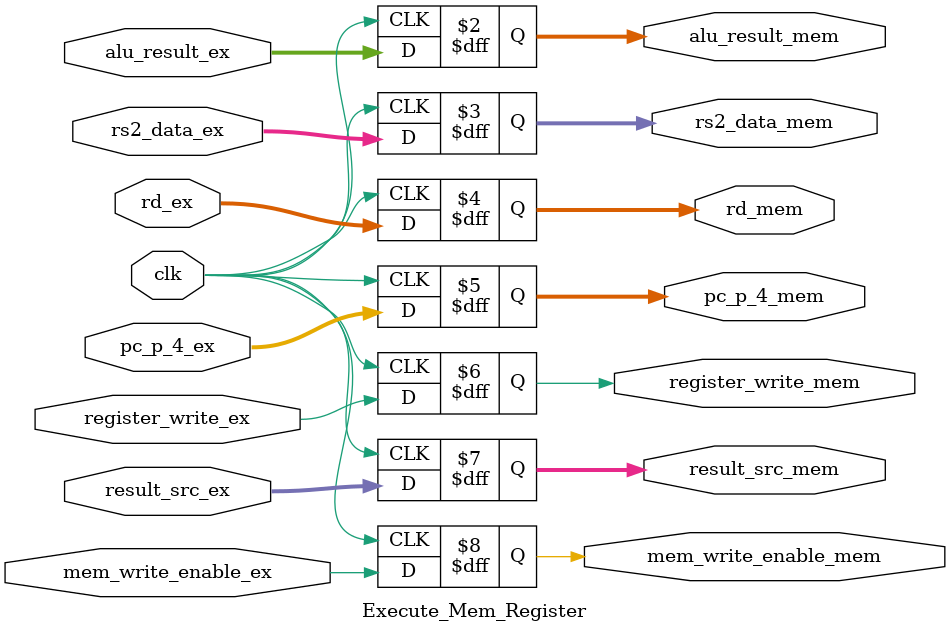
<source format=sv>
`timescale 1ns / 1ps

// TODO: Needs control unit signals
module Execute_Mem_Register(input clk, input logic [31:0] alu_result_ex, input logic [31:0] rs2_data_ex, input logic [4:0] rd_ex,
input logic [31:0] pc_p_4_ex,

input logic [0:0] register_write_ex, input logic [1:0] result_src_ex, input logic [0:0] mem_write_enable_ex,

output logic [31:0] alu_result_mem, output logic [31:0] rs2_data_mem, output logic [4:0] rd_mem, output logic [31:0] pc_p_4_mem,

output logic [0:0] register_write_mem, output logic [1:0] result_src_mem, output logic [0:0] mem_write_enable_mem 
    );

    always_ff @( negedge clk ) begin 
        alu_result_mem <= alu_result_ex;
        rs2_data_mem <= rs2_data_ex;
        rd_mem <= rd_ex;
        pc_p_4_mem <= pc_p_4_ex;

        register_write_mem <= register_write_ex;
        result_src_mem <= result_src_ex;
        mem_write_enable_mem <= mem_write_enable_ex;
    end

endmodule

</source>
